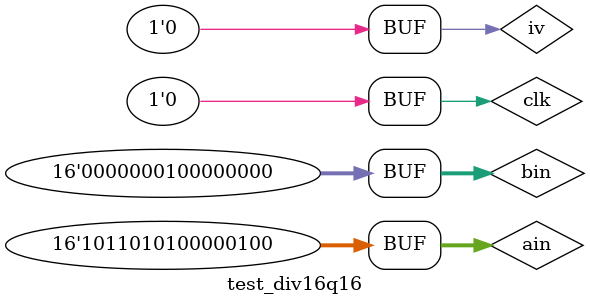
<source format=v>
`timescale 1ns / 1ps
module test_div16q16;

	// Inputs
	reg [15:0] ain;
	reg [15:0] bin;
	reg iv;
	reg clk;

	// Outputs
	wire [15:0] qout;
	wire ov;

	// Instantiate the Unit Under Test (UUT)
	div16q16 uut (
		.ain(ain), 
		.bin(bin), 
		.iv(iv), 
		.qout(qout), 
		.ov(ov), 
		.clk(clk) 
	);

	initial begin
		// Initialize Inputs
		ain = 0;
		bin = 0;
		iv = 0;
		clk = 0;

		// Wait 100 ns for global reset to finish
		#100;
        
		// idle
		repeat (25)
		begin
			#5 clk = 0;
			#5 clk = 1;
		end
		// test division
		#5 clk = 0; iv = 1; ain = 16'hB504; bin = 16'hB504;
		#5 clk = 1;
		repeat (25)
		begin
			#5 clk = 0; iv = 0;
			#5 clk = 1;
		end
		#5 clk = 0; iv = 1; ain = 16'hB504; bin = 16'h8000;
		#5 clk = 1;
		repeat (25)
		begin
			#5 clk = 0; iv = 0;
			#5 clk = 1;
		end
		#5 clk = 0; iv = 1; ain = 16'hB504; bin = 16'h016A;
		#5 clk = 1;
		repeat (25)
		begin
			#5 clk = 0; iv = 0;
			#5 clk = 1;
		end
		#5 clk = 0; iv = 1; ain = 16'hB504; bin = 16'h0100;
		#5 clk = 1;
		repeat (25)
		begin
			#5 clk = 0; iv = 0;
			#5 clk = 1;
		end
		#5 clk = 0;
	end
      
endmodule


</source>
